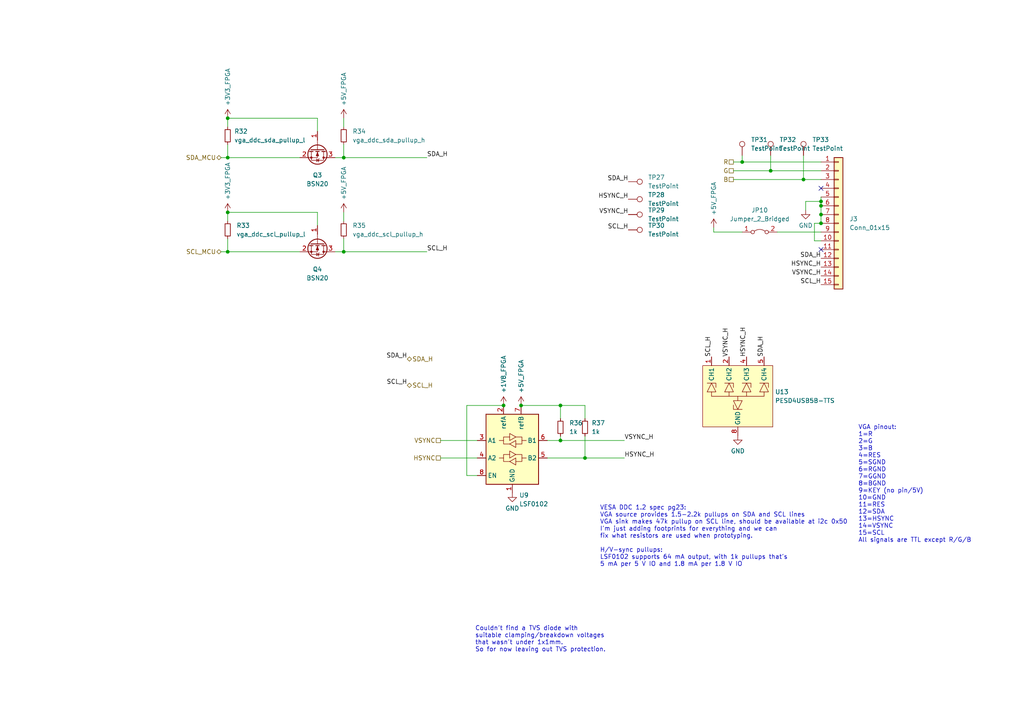
<source format=kicad_sch>
(kicad_sch (version 20211123) (generator eeschema)
  (paper "A4")
  (title_block (title "VGA Centrifuge") (date "2022-09-30") (rev "R1") (comment 1 "Author: Paolo Celati") (comment 2 "VGA connector interfacing"))
  (lib_symbols
    (symbol "Connector:TestPoint" (pin_numbers hide) (pin_names (offset 0.762) hide)
      (property "Reference" "TP" (at 0 6.858 0))
      (property "Value" "TestPoint" (at 0 5.08 0))
      (symbol "TestPoint_0_1"
        (circle (center 0 3.302) (radius 0.762))
      )
      (symbol "TestPoint_1_1"
        (pin passive line (at 0 0 90) (length 2.54) (name "1") (number "1"))
      )
    )
    (symbol "Connector_Generic:Conn_01x15" (pin_names (offset 1.016) hide)
      (property "Reference" "J" (at 0 20.32 0))
      (property "Value" "Conn_01x15" (at 0 -20.32 0))
      (symbol "Conn_01x15_1_1"
        (rectangle (start -1.27 -17.653) (end 0 -17.907) (stroke (width 0.1524)))
        (rectangle (start -1.27 -15.113) (end 0 -15.367) (stroke (width 0.1524)))
        (rectangle (start -1.27 -12.573) (end 0 -12.827) (stroke (width 0.1524)))
        (rectangle (start -1.27 -10.033) (end 0 -10.287) (stroke (width 0.1524)))
        (rectangle (start -1.27 -7.493) (end 0 -7.747) (stroke (width 0.1524)))
        (rectangle (start -1.27 -4.953) (end 0 -5.207) (stroke (width 0.1524)))
        (rectangle (start -1.27 -2.413) (end 0 -2.667) (stroke (width 0.1524)))
        (rectangle (start -1.27 0.127) (end 0 -0.127) (stroke (width 0.1524)))
        (rectangle (start -1.27 2.667) (end 0 2.413) (stroke (width 0.1524)))
        (rectangle (start -1.27 5.207) (end 0 4.953) (stroke (width 0.1524)))
        (rectangle (start -1.27 7.747) (end 0 7.493) (stroke (width 0.1524)))
        (rectangle (start -1.27 10.287) (end 0 10.033) (stroke (width 0.1524)))
        (rectangle (start -1.27 12.827) (end 0 12.573) (stroke (width 0.1524)))
        (rectangle (start -1.27 15.367) (end 0 15.113) (stroke (width 0.1524)))
        (rectangle (start -1.27 17.907) (end 0 17.653) (stroke (width 0.1524)))
        (rectangle (start -1.27 19.05) (end 1.27 -19.05) (stroke (width 0.254)) (fill (type background)))
        (pin passive line (at -5.08 17.78 0) (length 3.81) (name "Pin_1") (number "1"))
        (pin passive line (at -5.08 -5.08 0) (length 3.81) (name "Pin_10") (number "10"))
        (pin passive line (at -5.08 -7.62 0) (length 3.81) (name "Pin_11") (number "11"))
        (pin passive line (at -5.08 -10.16 0) (length 3.81) (name "Pin_12") (number "12"))
        (pin passive line (at -5.08 -12.7 0) (length 3.81) (name "Pin_13") (number "13"))
        (pin passive line (at -5.08 -15.24 0) (length 3.81) (name "Pin_14") (number "14"))
        (pin passive line (at -5.08 -17.78 0) (length 3.81) (name "Pin_15") (number "15"))
        (pin passive line (at -5.08 15.24 0) (length 3.81) (name "Pin_2") (number "2"))
        (pin passive line (at -5.08 12.7 0) (length 3.81) (name "Pin_3") (number "3"))
        (pin passive line (at -5.08 10.16 0) (length 3.81) (name "Pin_4") (number "4"))
        (pin passive line (at -5.08 7.62 0) (length 3.81) (name "Pin_5") (number "5"))
        (pin passive line (at -5.08 5.08 0) (length 3.81) (name "Pin_6") (number "6"))
        (pin passive line (at -5.08 2.54 0) (length 3.81) (name "Pin_7") (number "7"))
        (pin passive line (at -5.08 0 0) (length 3.81) (name "Pin_8") (number "8"))
        (pin passive line (at -5.08 -2.54 0) (length 3.81) (name "Pin_9") (number "9"))
      )
    )
    (symbol "Device:Q_NMOS_GSD" (pin_names (offset 0) hide)
      (property "Reference" "Q" (at 5.08 1.27 0))
      (property "Value" "Q_NMOS_GSD" (at 5.08 -1.27 0))
      (symbol "Q_NMOS_GSD_0_1"
        (polyline (pts (xy 0.254 0) (xy -2.54 0)))
        (polyline (pts (xy 0.254 1.905) (xy 0.254 -1.905)) (stroke (width 0.254)))
        (polyline (pts (xy 0.762 -1.27) (xy 0.762 -2.286)) (stroke (width 0.254)))
        (polyline (pts (xy 0.762 0.508) (xy 0.762 -0.508)) (stroke (width 0.254)))
        (polyline (pts (xy 0.762 2.286) (xy 0.762 1.27)) (stroke (width 0.254)))
        (polyline (pts (xy 2.54 2.54) (xy 2.54 1.778)))
        (polyline (pts (xy 2.54 -2.54) (xy 2.54 0) (xy 0.762 0)))
        (polyline (pts (xy 0.762 -1.778) (xy 3.302 -1.778) (xy 3.302 1.778) (xy 0.762 1.778)))
        (polyline (pts (xy 1.016 0) (xy 2.032 0.381) (xy 2.032 -0.381) (xy 1.016 0)) (fill (type outline)))
        (polyline (pts (xy 2.794 0.508) (xy 2.921 0.381) (xy 3.683 0.381) (xy 3.81 0.254)))
        (polyline (pts (xy 3.302 0.381) (xy 2.921 -0.254) (xy 3.683 -0.254) (xy 3.302 0.381)))
        (circle (center 1.651 0) (radius 2.794) (stroke (width 0.254)))
        (circle (center 2.54 -1.778) (radius 0.254) (fill (type outline)))
        (circle (center 2.54 1.778) (radius 0.254) (fill (type outline)))
      )
      (symbol "Q_NMOS_GSD_1_1"
        (pin input line (at -5.08 0 0) (length 2.54) (name "G") (number "1"))
        (pin passive line (at 2.54 -5.08 90) (length 2.54) (name "S") (number "2"))
        (pin passive line (at 2.54 5.08 270) (length 2.54) (name "D") (number "3"))
      )
    )
    (symbol "Device:R_Small" (pin_numbers hide) (pin_names (offset 0.254) hide)
      (property "Reference" "R" (at 0.762 0.508 0))
      (property "Value" "R_Small" (at 0.762 -1.016 0))
      (symbol "R_Small_0_1"
        (rectangle (start -0.762 1.778) (end 0.762 -1.778) (stroke (width 0.2032)))
      )
      (symbol "R_Small_1_1"
        (pin passive line (at 0 2.54 270) (length 0.762) (name "~") (number "1"))
        (pin passive line (at 0 -2.54 90) (length 0.762) (name "~") (number "2"))
      )
    )
    (symbol "Jumper:Jumper_2_Bridged" (pin_names (offset 0) hide)
      (property "Reference" "JP" (at 0 1.905 0))
      (property "Value" "Jumper_2_Bridged" (at 0 -2.54 0))
      (symbol "Jumper_2_Bridged_0_0"
        (circle (center -2.032 0) (radius 0.508))
        (circle (center 2.032 0) (radius 0.508))
      )
      (symbol "Jumper_2_Bridged_0_1"
        (arc (start 1.524 0.254) (mid 0 0.762) (end -1.524 0.254))
      )
      (symbol "Jumper_2_Bridged_1_1"
        (pin passive line (at -5.08 0 0) (length 2.54) (name "A") (number "1"))
        (pin passive line (at 5.08 0 180) (length 2.54) (name "B") (number "2"))
      )
    )
    (symbol "centrifuge_symbols:+1V8_FPGA" (power) (pin_names (offset 0))
      (property "Value" "+1V8_FPGA" (at 0 3.556 90))
      (symbol "+1V8_FPGA_0_1"
        (polyline (pts (xy -0.762 1.27) (xy 0 2.54)))
        (polyline (pts (xy 0 0) (xy 0 2.54)))
        (polyline (pts (xy 0 2.54) (xy 0.762 1.27)))
      )
      (symbol "+1V8_FPGA_1_1"
        (pin power_in line (at 0 0 90) (length 0) hide (name "+1V8_FPGA") (number "1"))
      )
    )
    (symbol "centrifuge_symbols:+3V3_FPGA" (power) (pin_names (offset 0))
      (property "Value" "+3V3_FPGA" (at 0 3.556 90))
      (symbol "+3V3_FPGA_0_1"
        (polyline (pts (xy -0.762 1.27) (xy 0 2.54)))
        (polyline (pts (xy 0 0) (xy 0 2.54)))
        (polyline (pts (xy 0 2.54) (xy 0.762 1.27)))
      )
      (symbol "+3V3_FPGA_1_1"
        (pin power_in line (at 0 0 90) (length 0) hide (name "+3V3_FPGA") (number "1"))
      )
    )
    (symbol "centrifuge_symbols:+5V_FPGA" (power) (pin_names (offset 0))
      (property "Value" "+5V_FPGA" (at 0 3.556 90))
      (symbol "+5V_FPGA_0_1"
        (polyline (pts (xy -0.762 1.27) (xy 0 2.54)))
        (polyline (pts (xy 0 0) (xy 0 2.54)))
        (polyline (pts (xy 0 2.54) (xy 0.762 1.27)))
      )
      (symbol "+5V_FPGA_1_1"
        (pin power_in line (at 0 0 90) (length 0) hide (name "+5V_FPGA") (number "1"))
      )
    )
    (symbol "centrifuge_symbols:LSF0102"
      (property "Reference" "U" (at 6.35 -11.43 0))
      (property "Value" "LSF0102" (at 10.16 11.43 0))
      (symbol "LSF0102_1_1"
        (rectangle (start -7.62 10.16) (end 7.62 -10.16) (stroke (width 0.254)) (fill (type background)))
        (polyline (pts (xy -2.54 -2.54) (xy -2.54 -1.524) (xy -0.762 -1.524)))
        (polyline (pts (xy -2.54 2.54) (xy -2.54 3.556) (xy -0.762 3.556)))
        (polyline (pts (xy 2.794 -2.54) (xy 2.794 -3.556) (xy 1.016 -3.556)))
        (polyline (pts (xy 2.794 2.54) (xy 2.794 1.524) (xy 1.016 1.524)))
        (polyline (pts (xy -0.762 -3.556) (xy -2.54 -3.556) (xy -2.54 -2.54) (xy -3.81 -2.54)))
        (polyline (pts (xy -0.762 -2.54) (xy -0.762 -0.508) (xy 1.016 -1.524) (xy -0.762 -2.54)))
        (polyline (pts (xy -0.762 1.524) (xy -2.54 1.524) (xy -2.54 2.54) (xy -3.81 2.54)))
        (polyline (pts (xy -0.762 2.54) (xy -0.762 4.572) (xy 1.016 3.556) (xy -0.762 2.54)))
        (polyline (pts (xy 1.016 -1.524) (xy 2.794 -1.524) (xy 2.794 -2.54) (xy 4.064 -2.54)))
        (polyline (pts (xy 1.016 3.556) (xy 2.794 3.556) (xy 2.794 2.54) (xy 4.064 2.54)))
        (polyline (pts (xy 1.016 -2.54) (xy 1.016 -4.318) (xy 1.016 -4.572) (xy -0.762 -3.556) (xy 1.016 -2.54)))
        (polyline (pts (xy 1.016 2.54) (xy 1.016 0.762) (xy 1.016 0.508) (xy -0.762 1.524) (xy 1.016 2.54)))
        (pin power_in line (at 0 -12.7 90) (length 2.54) (name "GND") (number "1"))
        (pin power_in line (at -2.54 12.7 270) (length 2.54) (name "refA") (number "2"))
        (pin bidirectional line (at -10.16 2.54 0) (length 2.54) (name "A1") (number "3"))
        (pin bidirectional line (at -10.16 -2.54 0) (length 2.54) (name "A2") (number "4"))
        (pin bidirectional line (at 10.16 -2.54 180) (length 2.54) (name "B2") (number "5"))
        (pin bidirectional line (at 10.16 2.54 180) (length 2.54) (name "B1") (number "6"))
        (pin power_in line (at 2.54 12.7 270) (length 2.54) (name "refB") (number "7"))
        (pin input line (at -10.16 -7.62 0) (length 2.54) (name "EN") (number "8"))
      )
    )
    (symbol "centrifuge_symbols:PESD4USB5B-TTS"
      (property "Reference" "U" (at 0 22.86 0))
      (property "Value" "PESD4USB5B-TTS" (at 0 20.32 0))
      (symbol "PESD4USB5B-TTS_0_1"
        (rectangle (start -10.16 8.89) (end 10.16 -8.89) (fill (type background)))
        (polyline (pts (xy -7.62 1.27) (xy -7.62 0)))
        (polyline (pts (xy -2.54 1.27) (xy -2.54 0)))
        (polyline (pts (xy 0 -1.27) (xy 0 0)))
        (polyline (pts (xy 2.54 1.27) (xy 2.54 0)))
        (polyline (pts (xy 7.62 0) (xy -7.62 0)))
        (polyline (pts (xy 7.62 1.27) (xy 7.62 0)))
        (polyline (pts (xy -8.89 3.81) (xy -6.35 3.81) (xy -6.35 2.54)))
        (polyline (pts (xy -3.81 3.81) (xy -1.27 3.81) (xy -1.27 2.54)))
        (polyline (pts (xy 1.27 -3.81) (xy -1.27 -3.81) (xy -1.27 -2.54)))
        (polyline (pts (xy 1.27 3.81) (xy 3.81 3.81) (xy 3.81 2.54)))
        (polyline (pts (xy 6.35 3.81) (xy 8.89 3.81) (xy 8.89 2.54)))
        (polyline (pts (xy -8.89 1.27) (xy -6.35 1.27) (xy -7.62 3.81) (xy -8.89 1.27)))
        (polyline (pts (xy -3.81 1.27) (xy -1.27 1.27) (xy -2.54 3.81) (xy -3.81 1.27)))
        (polyline (pts (xy 1.27 -1.27) (xy -1.27 -1.27) (xy 0 -3.81) (xy 1.27 -1.27)))
        (polyline (pts (xy 1.27 1.27) (xy 3.81 1.27) (xy 2.54 3.81) (xy 1.27 1.27)))
        (polyline (pts (xy 6.35 1.27) (xy 8.89 1.27) (xy 7.62 3.81) (xy 6.35 1.27)))
      )
      (symbol "PESD4USB5B-TTS_1_1"
        (pin passive line (at -7.62 11.43 270) (length 2.54) (name "CH1") (number "1"))
        (pin passive line (at -2.54 11.43 270) (length 2.54) (name "CH2") (number "2"))
        (pin power_in line (at 0 -11.43 90) (length 2.54) hide (name "GND") (number "3"))
        (pin passive line (at 2.54 11.43 270) (length 2.54) (name "CH3") (number "4"))
        (pin passive line (at 7.62 11.43 270) (length 2.54) (name "CH4") (number "5"))
        (pin power_in line (at 0 -11.43 90) (length 2.54) (name "GND") (number "8"))
      )
    )
    (symbol "power:GND" (power) (pin_names (offset 0))
      (property "Value" "GND" (at 0 -3.81 0))
      (symbol "GND_0_1"
        (polyline (pts (xy 0 0) (xy 0 -1.27) (xy 1.27 -1.27) (xy 0 -2.54) (xy -1.27 -1.27) (xy 0 -1.27)))
      )
      (symbol "GND_1_1"
        (pin power_in line (at 0 0 270) (length 0) hide (name "GND") (number "1"))
      )
    )
  )
  (junction (at 233.045 52.07))
  (junction (at 238.125 59.69))
  (junction (at 146.05 117.602))
  (junction (at 66.04 45.72))
  (junction (at 169.672 132.842))
  (junction (at 151.13 117.602))
  (junction (at 162.56 127.762))
  (junction (at 223.52 49.53))
  (junction (at 215.265 46.99))
  (junction (at 66.04 34.29))
  (junction (at 66.04 61.595))
  (junction (at 238.125 62.23))
  (junction (at 238.125 64.77))
  (junction (at 162.56 117.602))
  (junction (at 238.125 58.42))
  (junction (at 66.04 73.025))
  (junction (at 99.695 73.025))
  (junction (at 99.695 45.72))
  (no_connect (at 238.125 72.39))
  (no_connect (at 238.125 54.61))
  (wire (pts (xy 92.075 38.1) (xy 92.075 34.29)))
  (wire (pts (xy 99.695 73.025) (xy 99.695 69.215)))
  (wire (pts (xy 135.382 137.922) (xy 138.43 137.922)))
  (wire (pts (xy 233.68 58.42) (xy 233.68 60.96)))
  (wire (pts (xy 158.75 127.762) (xy 162.56 127.762)))
  (wire (pts (xy 92.075 61.595) (xy 66.04 61.595)))
  (wire (pts (xy 169.672 117.602) (xy 162.56 117.602)))
  (wire (pts (xy 162.56 117.602) (xy 151.13 117.602)))
  (wire (pts (xy 162.56 117.602) (xy 162.56 121.412)))
  (wire (pts (xy 238.125 58.42) (xy 238.125 59.69)))
  (wire (pts (xy 127.762 127.762) (xy 138.43 127.762)))
  (wire (pts (xy 238.125 69.85) (xy 236.22 69.85)))
  (wire (pts (xy 162.56 127.762) (xy 181.102 127.762)))
  (wire (pts (xy 169.672 126.492) (xy 169.672 132.842)))
  (wire (pts (xy 66.04 34.29) (xy 66.04 36.83)))
  (wire (pts (xy 236.22 64.77) (xy 238.125 64.77)))
  (wire (pts (xy 135.382 137.922) (xy 135.382 117.602)))
  (wire (pts (xy 99.695 34.29) (xy 99.695 36.83)))
  (wire (pts (xy 223.52 49.53) (xy 238.125 49.53)))
  (wire (pts (xy 64.135 45.72) (xy 66.04 45.72)))
  (wire (pts (xy 64.135 73.025) (xy 66.04 73.025)))
  (wire (pts (xy 97.155 73.025) (xy 99.695 73.025)))
  (wire (pts (xy 158.75 132.842) (xy 169.672 132.842)))
  (wire (pts (xy 236.22 69.85) (xy 236.22 64.77)))
  (wire (pts (xy 225.425 67.31) (xy 238.125 67.31)))
  (wire (pts (xy 99.695 45.72) (xy 99.695 41.91)))
  (wire (pts (xy 135.382 117.602) (xy 146.05 117.602)))
  (wire (pts (xy 99.695 61.595) (xy 99.695 64.135)))
  (wire (pts (xy 169.672 132.842) (xy 181.102 132.842)))
  (wire (pts (xy 207.01 66.04) (xy 207.01 67.31)))
  (wire (pts (xy 238.125 57.15) (xy 238.125 58.42)))
  (wire (pts (xy 212.725 52.07) (xy 233.045 52.07)))
  (wire (pts (xy 66.04 69.215) (xy 66.04 73.025)))
  (wire (pts (xy 215.265 67.31) (xy 207.01 67.31)))
  (wire (pts (xy 169.672 121.412) (xy 169.672 117.602)))
  (wire (pts (xy 215.265 45.085) (xy 215.265 46.99)))
  (wire (pts (xy 212.725 49.53) (xy 223.52 49.53)))
  (wire (pts (xy 92.075 65.405) (xy 92.075 61.595)))
  (wire (pts (xy 215.265 46.99) (xy 238.125 46.99)))
  (wire (pts (xy 86.995 73.025) (xy 66.04 73.025)))
  (wire (pts (xy 212.725 46.99) (xy 215.265 46.99)))
  (wire (pts (xy 92.075 34.29) (xy 66.04 34.29)))
  (wire (pts (xy 86.995 45.72) (xy 66.04 45.72)))
  (wire (pts (xy 97.155 45.72) (xy 99.695 45.72)))
  (wire (pts (xy 233.045 52.07) (xy 238.125 52.07)))
  (wire (pts (xy 99.695 45.72) (xy 123.825 45.72)))
  (wire (pts (xy 99.695 73.025) (xy 123.825 73.025)))
  (wire (pts (xy 238.125 58.42) (xy 233.68 58.42)))
  (wire (pts (xy 238.125 62.23) (xy 238.125 64.77)))
  (wire (pts (xy 127.762 132.842) (xy 138.43 132.842)))
  (wire (pts (xy 233.045 45.085) (xy 233.045 52.07)))
  (wire (pts (xy 66.04 41.91) (xy 66.04 45.72)))
  (wire (pts (xy 162.56 126.492) (xy 162.56 127.762)))
  (wire (pts (xy 238.125 59.69) (xy 238.125 62.23)))
  (wire (pts (xy 223.52 45.085) (xy 223.52 49.53)))
  (wire (pts (xy 66.04 61.595) (xy 66.04 64.135)))
  (text "Couldn't find a TVS diode with\nsuitable clamping/breakdown voltages\nthat wasn't under 1x1mm.\nSo for now leaving out TVS protection." (at 137.795 189.23 0) (effects (font (size 1.27 1.27)) (justify left bottom)))
  (text "VGA pinout:\n1=R\n2=G\n3=B\n4=RES\n5=SGND\n6=RGND\n7=GGND\n8=BGND\n9=KEY (no pin/5V)\n10=GND\n11=RES\n12=SDA\n13=HSYNC\n14=VSYNC\n15=SCL\nAll signals are TTL except R/G/B" (at 248.92 157.48 0) (effects (font (size 1.27 1.27)) (justify left bottom)))
  (text "VESA DDC 1.2 spec pg23:\nVGA source provides 1.5-2.2k pullups on SDA and SCL lines\nVGA sink makes 47k pullup on SCL line, should be available at i2c 0x50\nI'm just adding footprints for everything and we can\nfix what resistors are used when prototyping.\n\nH/V-sync pullups:\nLSF0102 supports 64 mA output, with 1k pullups that's\n5 mA per 5 V IO and 1.8 mA per 1.8 V IO" (at 173.99 164.465 0) (effects (font (size 1.27 1.27)) (justify left bottom)))
  (label "SDA_H" (at 238.125 74.93 180))
  (label "HSYNC_H" (at 238.125 77.47 180))
  (label "HSYNC_H" (at 182.245 57.785 180))
  (label "SCL_H" (at 123.825 73.025 0))
  (label "VSYNC_H" (at 181.102 127.762 0))
  (label "SCL_H" (at 182.245 66.675 180))
  (label "SDA_H" (at 221.615 103.505 90))
  (label "SDA_H" (at 123.825 45.72 0))
  (label "VSYNC_H" (at 238.125 80.01 180))
  (label "VSYNC_H" (at 182.245 62.23 180))
  (label "SCL_H" (at 206.375 103.505 90))
  (label "HSYNC_H" (at 216.535 103.505 90))
  (label "SCL_H" (at 238.125 82.55 180))
  (label "HSYNC_H" (at 181.102 132.842 0))
  (label "VSYNC_H" (at 211.455 103.505 90))
  (label "SDA_H" (at 182.245 52.705 180))
  (label "SCL_H" (at 118.11 111.76 180))
  (label "SDA_H" (at 118.11 104.14 180))
  (hierarchical_label "SCL_H" (shape tri_state) (at 118.11 111.76 0))
  (hierarchical_label "HSYNC" (shape passive) (at 127.762 132.842 180))
  (hierarchical_label "B" (shape passive) (at 212.725 52.07 180))
  (hierarchical_label "SCL_MCU" (shape tri_state) (at 64.135 73.025 180))
  (hierarchical_label "VSYNC" (shape passive) (at 127.762 127.762 180))
  (hierarchical_label "SDA_H" (shape tri_state) (at 118.11 104.14 0))
  (hierarchical_label "R" (shape passive) (at 212.725 46.99 180))
  (hierarchical_label "SDA_MCU" (shape tri_state) (at 64.135 45.72 180))
  (hierarchical_label "G" (shape passive) (at 212.725 49.53 180))
  (symbol (lib_id "centrifuge_symbols:+5V_FPGA") (at 99.695 61.595 0) (unit 1)
    (property "Reference" "#PWR0182" (effects hide))
    (property "Value" "+5V" (at 99.695 58.039 90) (effects (justify left)))
  )
  (symbol (lib_id "Device:R_Small") (at 66.04 66.675 0) (unit 1)
    (property "Reference" "R33" (at 68.58 65.4049 0) (effects (justify left)))
    (property "Value" "vga_ddc_scl_pullup_l" (at 68.58 67.9449 0) (effects (justify left)))
    (property "Footprint" "Resistor_SMD:R_0805_2012Metric_Pad1.20x1.40mm_HandSolder" (effects hide))
  )
  (symbol (lib_id "Device:R_Small") (at 169.672 123.952 0) (unit 1)
    (property "Reference" "R37" (at 171.577 122.6819 0) (effects (justify left)))
    (property "Value" "1k" (at 171.577 125.2219 0) (effects (justify left)))
    (property "Footprint" "Resistor_SMD:R_0805_2012Metric_Pad1.20x1.40mm_HandSolder" (effects hide))
    (property "Order Page" "https://no.mouser.com/ProductDetail/Bourns/CRT0805-FZ-1001ELF?qs=sGAEpiMZZMtlubZbdhIBIE1fcddgskk31VQUnea8%252BbY%3D" (effects hide))
  )
  (symbol (lib_id "Connector:TestPoint") (at 223.52 45.085 0) (unit 1)
    (property "Reference" "TP32" (at 226.06 40.5129 0) (effects (justify left)))
    (property "Value" "TestPoint" (at 226.06 43.0529 0) (effects (justify left)))
    (property "Footprint" "TestPoint:TestPoint_Keystone_5015_Micro-Minature" (effects hide))
    (property "Order Page" "https://no.mouser.com/ProductDetail/Keystone-Electronics/5015?qs=qOqV1E1P08ShW56PtUq2FA%3D%3D" (effects hide))
  )
  (symbol (lib_id "centrifuge_symbols:+5V_FPGA") (at 151.13 117.602 0) (unit 1)
    (property "Reference" "#PWR0176" (effects hide))
    (property "Value" "+5V" (at 151.13 114.046 90) (effects (justify left)))
  )
  (symbol (lib_id "Connector:TestPoint") (at 182.245 62.23 270) (unit 1)
    (property "Reference" "TP29" (at 187.96 60.9599 90) (effects (justify left)))
    (property "Value" "TestPoint" (at 187.96 63.4999 90) (effects (justify left)))
    (property "Footprint" "TestPoint:TestPoint_Keystone_5015_Micro-Minature" (effects hide))
    (property "Order Page" "https://no.mouser.com/ProductDetail/Keystone-Electronics/5015?qs=qOqV1E1P08ShW56PtUq2FA%3D%3D" (effects hide))
  )
  (symbol (lib_id "Connector:TestPoint") (at 182.245 57.785 270) (unit 1)
    (property "Reference" "TP28" (at 187.96 56.5149 90) (effects (justify left)))
    (property "Value" "TestPoint" (at 187.96 59.0549 90) (effects (justify left)))
    (property "Footprint" "TestPoint:TestPoint_Keystone_5015_Micro-Minature" (effects hide))
    (property "Order Page" "https://no.mouser.com/ProductDetail/Keystone-Electronics/5015?qs=qOqV1E1P08ShW56PtUq2FA%3D%3D" (effects hide))
  )
  (symbol (lib_id "Jumper:Jumper_2_Bridged") (at 220.345 67.31 0) (unit 1)
    (property "Reference" "JP10" (at 220.345 60.96 0))
    (property "Value" "Jumper_2_Bridged" (at 220.345 63.5 0))
    (property "Footprint" "Jumper:SolderJumper-2_P1.3mm_Bridged_Pad1.0x1.5mm" (effects hide))
  )
  (symbol (lib_id "Connector:TestPoint") (at 182.245 52.705 270) (unit 1)
    (property "Reference" "TP27" (at 187.96 51.4349 90) (effects (justify left)))
    (property "Value" "TestPoint" (at 187.96 53.9749 90) (effects (justify left)))
    (property "Footprint" "TestPoint:TestPoint_Keystone_5015_Micro-Minature" (effects hide))
    (property "Order Page" "https://no.mouser.com/ProductDetail/Keystone-Electronics/5015?qs=qOqV1E1P08ShW56PtUq2FA%3D%3D" (effects hide))
  )
  (symbol (lib_id "Device:R_Small") (at 99.695 66.675 180) (unit 1)
    (property "Reference" "R35" (at 102.235 65.4049 0) (effects (justify right)))
    (property "Value" "vga_ddc_scl_pullup_h" (at 102.235 67.9449 0) (effects (justify right)))
    (property "Footprint" "Resistor_SMD:R_0805_2012Metric_Pad1.20x1.40mm_HandSolder" (effects hide))
  )
  (symbol (lib_id "Device:R_Small") (at 66.04 39.37 0) (unit 1)
    (property "Reference" "R32" (at 67.945 38.0999 0) (effects (justify left)))
    (property "Value" "vga_ddc_sda_pullup_l" (at 67.945 40.6399 0) (effects (justify left)))
    (property "Footprint" "Resistor_SMD:R_0805_2012Metric_Pad1.20x1.40mm_HandSolder" (effects hide))
  )
  (symbol (lib_id "power:GND") (at 213.995 126.365 0) (unit 1)
    (property "Reference" "#PWR0219" (effects hide))
    (property "Value" "GND" (at 213.995 130.81 0))
  )
  (symbol (lib_id "centrifuge_symbols:+5V_FPGA") (at 99.695 34.29 0) (unit 1)
    (property "Reference" "#PWR0181" (effects hide))
    (property "Value" "+5V" (at 99.695 30.734 90) (effects (justify left)))
  )
  (symbol (lib_id "centrifuge_symbols:+1V8_FPGA") (at 146.05 117.602 0) (unit 1)
    (property "Reference" "#PWR0177" (effects hide))
    (property "Value" "+1V8" (at 146.05 114.046 90) (effects (justify left)))
  )
  (symbol (lib_id "centrifuge_symbols:+3V3_FPGA") (at 66.04 34.29 0) (unit 1)
    (property "Reference" "#PWR0183" (effects hide))
    (property "Value" "+3V3" (at 66.04 30.734 90) (effects (justify left)))
  )
  (symbol (lib_id "Device:Q_NMOS_GSD") (at 92.075 70.485 270) (unit 1)
    (property "Reference" "Q4" (at 92.075 78.105 90))
    (property "Value" "BSN20" (at 92.075 80.645 90))
    (property "Footprint" "Package_TO_SOT_SMD:SOT-23" (effects hide))
    (property "Datasheet" "https://www.diodes.com/assets/Datasheets/ds31898.pdf" (effects hide))
  )
  (symbol (lib_id "power:GND") (at 148.59 143.002 0) (unit 1)
    (property "Reference" "#PWR0175" (effects hide))
    (property "Value" "GND" (at 148.59 147.447 0))
  )
  (symbol (lib_id "centrifuge_symbols:PESD4USB5B-TTS") (at 213.995 114.935 0) (unit 1)
    (property "Reference" "U13" (at 224.79 113.6649 0) (effects (justify left)))
    (property "Value" "PESD4USB5B-TTS" (at 224.79 116.2049 0) (effects (justify left)))
    (property "Footprint" "Package_DFN_QFN:Diodes_UDFN-10_1.0x2.5mm_P0.5mm" (effects hide))
    (property "Datasheet" "https://no.mouser.com/datasheet/2/916/PESD4USB5B_TTS-2395695.pdf" (effects hide))
    (property "Order Page" "https://no.mouser.com/ProductDetail/Nexperia/PESD4USB5B-TTSX?qs=ljCeji4nMDmS4Q%2FwzdnFVQ%3D%3D" (effects hide))
  )
  (symbol (lib_id "Device:Q_NMOS_GSD") (at 92.075 43.18 270) (unit 1)
    (property "Reference" "Q3" (at 92.075 50.8 90))
    (property "Value" "BSN20" (at 92.075 53.34 90))
    (property "Footprint" "Package_TO_SOT_SMD:SOT-23" (effects hide))
    (property "Datasheet" "https://www.diodes.com/assets/Datasheets/ds31898.pdf" (effects hide))
  )
  (symbol (lib_id "Connector:TestPoint") (at 215.265 45.085 0) (unit 1)
    (property "Reference" "TP31" (at 217.805 40.5129 0) (effects (justify left)))
    (property "Value" "TestPoint" (at 217.805 43.0529 0) (effects (justify left)))
    (property "Footprint" "TestPoint:TestPoint_Keystone_5015_Micro-Minature" (effects hide))
    (property "Order Page" "https://no.mouser.com/ProductDetail/Keystone-Electronics/5015?qs=qOqV1E1P08ShW56PtUq2FA%3D%3D" (effects hide))
  )
  (symbol (lib_id "Connector_Generic:Conn_01x15") (at 243.205 64.77 0) (unit 1)
    (property "Reference" "J3" (at 246.38 63.4999 0) (effects (justify left)))
    (property "Value" "Conn_01x15" (at 246.38 66.0399 0) (effects (justify left)))
    (property "Footprint" "centrifuge footprints:L77HDE15SD1CH4FVGA" (effects hide))
  )
  (symbol (lib_id "centrifuge_symbols:+5V_FPGA") (at 207.01 66.04 0) (unit 1)
    (property "Reference" "#PWR0179" (effects hide))
    (property "Value" "+5V" (at 207.01 62.484 90) (effects (justify left)))
  )
  (symbol (lib_id "centrifuge_symbols:+3V3_FPGA") (at 66.04 61.595 0) (unit 1)
    (property "Reference" "#PWR0180" (effects hide))
    (property "Value" "+3V3" (at 66.04 58.039 90) (effects (justify left)))
  )
  (symbol (lib_id "power:GND") (at 233.68 60.96 0) (unit 1)
    (property "Reference" "#PWR0178" (effects hide))
    (property "Value" "GND" (at 233.68 65.405 0))
  )
  (symbol (lib_id "Connector:TestPoint") (at 233.045 45.085 0) (unit 1)
    (property "Reference" "TP33" (at 235.585 40.5129 0) (effects (justify left)))
    (property "Value" "TestPoint" (at 235.585 43.0529 0) (effects (justify left)))
    (property "Footprint" "TestPoint:TestPoint_Keystone_5015_Micro-Minature" (effects hide))
    (property "Order Page" "https://no.mouser.com/ProductDetail/Keystone-Electronics/5015?qs=qOqV1E1P08ShW56PtUq2FA%3D%3D" (effects hide))
  )
  (symbol (lib_id "Connector:TestPoint") (at 182.245 66.675 270) (unit 1)
    (property "Reference" "TP30" (at 187.96 65.4049 90) (effects (justify left)))
    (property "Value" "TestPoint" (at 187.96 67.9449 90) (effects (justify left)))
    (property "Footprint" "TestPoint:TestPoint_Keystone_5015_Micro-Minature" (effects hide))
    (property "Order Page" "https://no.mouser.com/ProductDetail/Keystone-Electronics/5015?qs=qOqV1E1P08ShW56PtUq2FA%3D%3D" (effects hide))
  )
  (symbol (lib_id "centrifuge_symbols:LSF0102") (at 148.59 130.302 0) (unit 1)
    (property "Reference" "U9" (at 150.6094 143.637 0) (effects (justify left)))
    (property "Value" "LSF0102" (at 150.6094 146.177 0) (effects (justify left)))
    (property "Footprint" "Package_SO:VSSOP-8_2.3x2mm_P0.5mm" (effects hide))
    (property "Datasheet" "https://no.mouser.com/datasheet/2/916/LSF0102-1839907.pdf" (effects hide))
  )
  (symbol (lib_id "Device:R_Small") (at 99.695 39.37 180) (unit 1)
    (property "Reference" "R34" (at 102.235 38.0999 0) (effects (justify right)))
    (property "Value" "vga_ddc_sda_pullup_h" (at 102.235 40.6399 0) (effects (justify right)))
    (property "Footprint" "Resistor_SMD:R_0805_2012Metric_Pad1.20x1.40mm_HandSolder" (effects hide))
  )
  (symbol (lib_id "Device:R_Small") (at 162.56 123.952 0) (unit 1)
    (property "Reference" "R36" (at 165.1 122.6819 0) (effects (justify left)))
    (property "Value" "1k" (at 165.1 125.2219 0) (effects (justify left)))
    (property "Footprint" "Resistor_SMD:R_0805_2012Metric_Pad1.20x1.40mm_HandSolder" (effects hide))
    (property "Order Page" "https://no.mouser.com/ProductDetail/Bourns/CRT0805-FZ-1001ELF?qs=sGAEpiMZZMtlubZbdhIBIE1fcddgskk31VQUnea8%252BbY%3D" (effects hide))
  )
)
</source>
